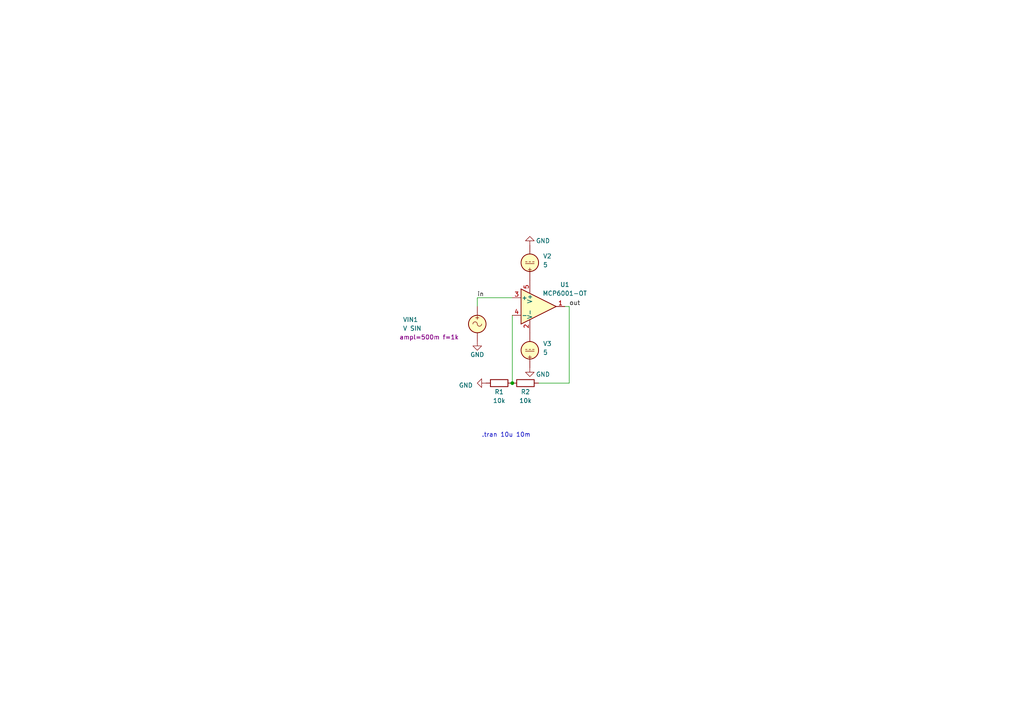
<source format=kicad_sch>
(kicad_sch (version 20221004) (generator eeschema)
  (paper "A4")
  (lib_symbols
    (symbol "Amplifier_Operational:MCP6001-OT" (pin_names (offset 0.127))
      (property "Reference" "U" (at -1.27 6.35 0))
      (property "Value" "MCP6001-OT" (at -1.27 3.81 0))
      (symbol "MCP6001-OT_0_1"
        (polyline (pts (xy -5.08 5.08) (xy 5.08 0) (xy -5.08 -5.08) (xy -5.08 5.08)) (stroke (width 0.254)) (fill (type background)))
        (pin power_in line (at -2.54 -7.62 90) (length 3.81) (name "V-") (number "2"))
        (pin power_in line (at -2.54 7.62 270) (length 3.81) (name "V+") (number "5"))
      )
      (symbol "MCP6001-OT_1_1"
        (pin output line (at 7.62 0 180) (length 2.54) (name "~") (number "1"))
        (pin input line (at -7.62 2.54 0) (length 2.54) (name "+") (number "3"))
        (pin input line (at -7.62 -2.54 0) (length 2.54) (name "-") (number "4"))
      )
    )
    (symbol "Device:R" (pin_numbers hide) (pin_names (offset 0))
      (property "Reference" "R" (at 2.032 0 90))
      (property "Value" "R" (at 0 0 90))
      (symbol "R_0_1"
        (rectangle (start -1.016 -2.54) (end 1.016 2.54) (stroke (width 0.254)))
      )
      (symbol "R_1_1"
        (pin passive line (at 0 3.81 270) (length 1.27) (name "~") (number "1"))
        (pin passive line (at 0 -3.81 90) (length 1.27) (name "~") (number "2"))
      )
    )
    (symbol "Simulation_SPICE:VDC" (pin_numbers hide) (pin_names (offset 0.0254))
      (property "Reference" "V" (at 2.54 2.54 0))
      (property "Value" "VDC" (at 2.54 0 0))
      (property "Spice_Model" "dc(1)" (at 2.54 -2.54 0))
      (symbol "VDC_0_0"
        (polyline (pts (xy -1.27 0.254) (xy 1.27 0.254)))
        (polyline (pts (xy -0.762 -0.254) (xy -1.27 -0.254)))
        (polyline (pts (xy 0.254 -0.254) (xy -0.254 -0.254)))
        (polyline (pts (xy 1.27 -0.254) (xy 0.762 -0.254)))
        (text "+" (at 0 1.905 0) (effects (font (size 1.27 1.27))))
      )
      (symbol "VDC_0_1"
        (circle (center 0 0) (radius 2.54) (stroke (width 0.254)) (fill (type background)))
      )
      (symbol "VDC_1_1"
        (pin passive line (at 0 5.08 270) (length 2.54) (name "~") (number "1"))
        (pin passive line (at 0 -5.08 90) (length 2.54) (name "~") (number "2"))
      )
    )
    (symbol "Simulation_SPICE:VSIN" (pin_numbers hide) (pin_names (offset 0.0254))
      (property "Reference" "V" (at 2.54 2.54 0))
      (property "Value" "VSIN" (at 2.54 0 0))
      (property "Spice_Model" "sin(0 1 1k)" (at 2.54 -2.54 0))
      (symbol "VSIN_0_0"
        (arc (start 0 0) (mid -0.635 0.6323) (end -1.27 0))
        (arc (start 0 0) (mid 0.635 -0.6323) (end 1.27 0))
        (text "+" (at 0 1.905 0) (effects (font (size 1.27 1.27))))
      )
      (symbol "VSIN_0_1"
        (circle (center 0 0) (radius 2.54) (stroke (width 0.254)) (fill (type background)))
      )
      (symbol "VSIN_1_1"
        (pin passive line (at 0 5.08 270) (length 2.54) (name "~") (number "1"))
        (pin passive line (at 0 -5.08 90) (length 2.54) (name "~") (number "2"))
      )
    )
    (symbol "power:GND" (power) (pin_names (offset 0))
      (property "Value" "GND" (at 0 -3.81 0))
      (symbol "GND_0_1"
        (polyline (pts (xy 0 0) (xy 0 -1.27) (xy 1.27 -1.27) (xy 0 -2.54) (xy -1.27 -1.27) (xy 0 -1.27)))
      )
      (symbol "GND_1_1"
        (pin power_in line (at 0 0 270) (length 0) hide (name "GND") (number "1"))
      )
    )
  )
  (junction (at 148.59 111.125))
  (wire (pts (xy 138.43 86.36) (xy 148.59 86.36)))
  (wire (pts (xy 165.1 88.9) (xy 165.1 111.125)))
  (wire (pts (xy 148.59 91.44) (xy 148.59 111.125)))
  (wire (pts (xy 165.1 111.125) (xy 156.21 111.125)))
  (wire (pts (xy 138.43 88.9) (xy 138.43 86.36)))
  (wire (pts (xy 163.83 88.9) (xy 165.1 88.9)))
  (text ".tran 10u 10m" (at 139.7 127 0) (effects (font (size 1.27 1.27)) (justify left bottom)))
  (label "out" (at 165.1 88.9 0))
  (label "in" (at 138.43 86.36 0))
  (symbol (lib_id "power:GND") (at 153.67 106.68 0) (unit 1)
    (property "Reference" "#PWR04" (effects hide))
    (property "Value" "GND" (at 157.48 108.585 0))
  )
  (symbol (lib_id "Simulation_SPICE:VSIN") (at 138.43 93.98 0) (unit 1)
    (property "Reference" "VIN1" (at 116.84 92.71 0) (effects (justify left)))
    (property "Value" "${Sim.Device} ${Sim.Type}" (at 116.84 95.25 0) (effects (justify left)))
    (property "Sim.Device" "V" (effects hide))
    (property "Sim.Type" "SIN" (effects hide))
    (property "Sim.Params" "ampl=500m f=1k" (at 124.46 97.79 0))
  )
  (symbol (lib_id "Device:R") (at 152.4 111.125 90) (unit 1)
    (property "Reference" "R2" (at 152.4 113.665 90))
    (property "Value" "10k" (at 152.4 116.205 90))
    (property "Sim.Device" "R" (effects hide))
  )
  (symbol (lib_id "Simulation_SPICE:VDC") (at 153.67 76.2 180) (unit 1)
    (property "Reference" "V2" (at 157.48 74.295 0) (effects (justify right)))
    (property "Value" "5" (at 157.48 76.835 0) (effects (justify right)))
    (property "Sim.Device" "V" (effects hide))
  )
  (symbol (lib_id "power:GND") (at 140.97 111.125 270) (unit 1)
    (property "Reference" "#PWR02" (effects hide))
    (property "Value" "GND" (at 137.16 111.76 90) (effects (justify right)))
  )
  (symbol (lib_id "power:GND") (at 153.67 71.12 180) (unit 1)
    (property "Reference" "#PWR03" (effects hide))
    (property "Value" "GND" (at 157.48 69.85 0))
  )
  (symbol (lib_id "Amplifier_Operational:MCP6001-OT") (at 156.21 88.9 0) (unit 1)
    (property "Reference" "U1" (at 163.83 82.55 0))
    (property "Value" "MCP6001-OT" (at 163.83 85.09 0))
    (property "Footprint" "Package_TO_SOT_SMD:SOT-23-5" (effects hide))
    (property "Datasheet" "http://ww1.microchip.com/downloads/en/DeviceDoc/21733j.pdf" (effects hide))
    (property "Sim.Name" "uopamp_lvl2" (effects hide))
    (property "Sim.Library" "uopamp.lib.spice" (effects hide))
    (property "Sim.Device" "SUBCKT" (effects hide))
    (property "Sim.Pins" "3 4 5 2 1" (effects hide))
  )
  (symbol (lib_id "power:GND") (at 138.43 99.06 0) (unit 1)
    (property "Reference" "#PWR01" (effects hide))
    (property "Value" "GND" (at 138.43 102.87 0))
  )
  (symbol (lib_id "Simulation_SPICE:VDC") (at 153.67 101.6 180) (unit 1)
    (property "Reference" "V3" (at 157.48 99.695 0) (effects (justify right)))
    (property "Value" "5" (at 157.48 102.235 0) (effects (justify right)))
    (property "Sim.Device" "V" (effects hide))
  )
  (symbol (lib_id "Device:R") (at 144.78 111.125 90) (unit 1)
    (property "Reference" "R1" (at 144.78 113.665 90))
    (property "Value" "10k" (at 144.78 116.205 90))
    (property "Sim.Device" "R" (effects hide))
  )
)
</source>
